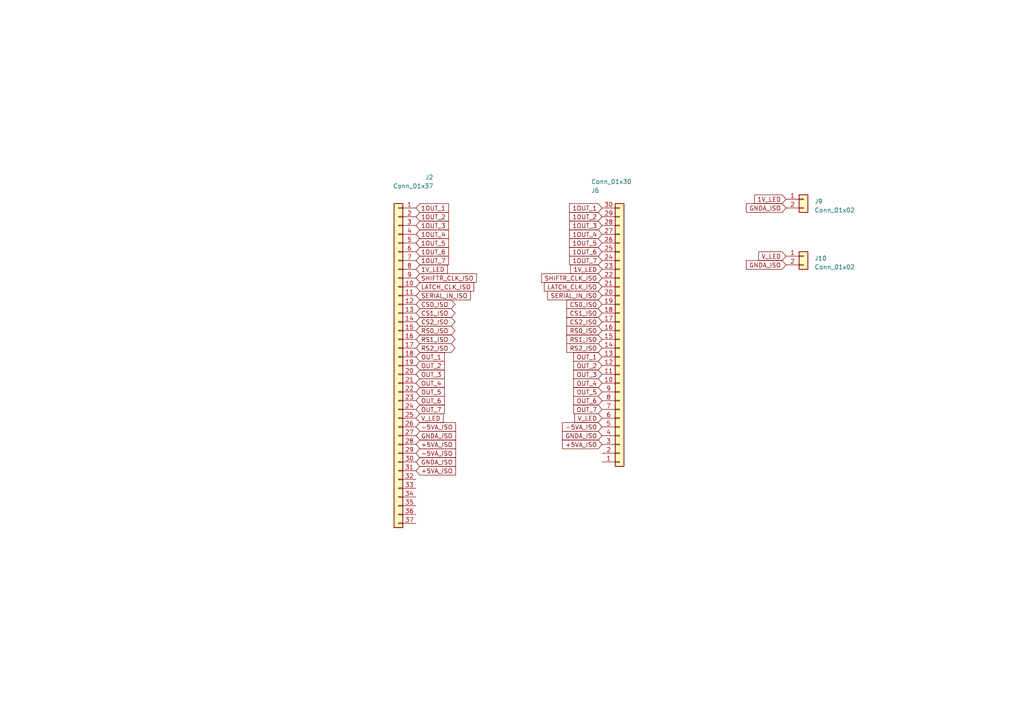
<source format=kicad_sch>
(kicad_sch (version 20230121) (generator eeschema)
  (paper "A4")
  (lib_symbols
    (symbol "Connector_Generic:Conn_01x02" (pin_names (offset 1.016) hide)
      (property "Reference" "J" (at 0 2.54 0))
      (property "Value" "Conn_01x02" (at 0 -5.08 0))
      (symbol "Conn_01x02_1_1"
        (rectangle (start -1.27 -2.413) (end 0 -2.667) (stroke (width 0.1524)))
        (rectangle (start -1.27 0.127) (end 0 -0.127) (stroke (width 0.1524)))
        (rectangle (start -1.27 1.27) (end 1.27 -3.81) (stroke (width 0.254)) (fill (type background)))
        (pin passive line (at -5.08 0 0) (length 3.81) (name "Pin_1") (number "1"))
        (pin passive line (at -5.08 -2.54 0) (length 3.81) (name "Pin_2") (number "2"))
      )
    )
    (symbol "Connector_Generic:Conn_01x30" (pin_names (offset 1.016) hide)
      (property "Reference" "J" (at 0 38.1 0))
      (property "Value" "Conn_01x30" (at 0 -40.64 0))
      (symbol "Conn_01x30_1_1"
        (rectangle (start -1.27 -37.973) (end 0 -38.227) (stroke (width 0.1524)))
        (rectangle (start -1.27 -35.433) (end 0 -35.687) (stroke (width 0.1524)))
        (rectangle (start -1.27 -32.893) (end 0 -33.147) (stroke (width 0.1524)))
        (rectangle (start -1.27 -30.353) (end 0 -30.607) (stroke (width 0.1524)))
        (rectangle (start -1.27 -27.813) (end 0 -28.067) (stroke (width 0.1524)))
        (rectangle (start -1.27 -25.273) (end 0 -25.527) (stroke (width 0.1524)))
        (rectangle (start -1.27 -22.733) (end 0 -22.987) (stroke (width 0.1524)))
        (rectangle (start -1.27 -20.193) (end 0 -20.447) (stroke (width 0.1524)))
        (rectangle (start -1.27 -17.653) (end 0 -17.907) (stroke (width 0.1524)))
        (rectangle (start -1.27 -15.113) (end 0 -15.367) (stroke (width 0.1524)))
        (rectangle (start -1.27 -12.573) (end 0 -12.827) (stroke (width 0.1524)))
        (rectangle (start -1.27 -10.033) (end 0 -10.287) (stroke (width 0.1524)))
        (rectangle (start -1.27 -7.493) (end 0 -7.747) (stroke (width 0.1524)))
        (rectangle (start -1.27 -4.953) (end 0 -5.207) (stroke (width 0.1524)))
        (rectangle (start -1.27 -2.413) (end 0 -2.667) (stroke (width 0.1524)))
        (rectangle (start -1.27 0.127) (end 0 -0.127) (stroke (width 0.1524)))
        (rectangle (start -1.27 2.667) (end 0 2.413) (stroke (width 0.1524)))
        (rectangle (start -1.27 5.207) (end 0 4.953) (stroke (width 0.1524)))
        (rectangle (start -1.27 7.747) (end 0 7.493) (stroke (width 0.1524)))
        (rectangle (start -1.27 10.287) (end 0 10.033) (stroke (width 0.1524)))
        (rectangle (start -1.27 12.827) (end 0 12.573) (stroke (width 0.1524)))
        (rectangle (start -1.27 15.367) (end 0 15.113) (stroke (width 0.1524)))
        (rectangle (start -1.27 17.907) (end 0 17.653) (stroke (width 0.1524)))
        (rectangle (start -1.27 20.447) (end 0 20.193) (stroke (width 0.1524)))
        (rectangle (start -1.27 22.987) (end 0 22.733) (stroke (width 0.1524)))
        (rectangle (start -1.27 25.527) (end 0 25.273) (stroke (width 0.1524)))
        (rectangle (start -1.27 28.067) (end 0 27.813) (stroke (width 0.1524)))
        (rectangle (start -1.27 30.607) (end 0 30.353) (stroke (width 0.1524)))
        (rectangle (start -1.27 33.147) (end 0 32.893) (stroke (width 0.1524)))
        (rectangle (start -1.27 35.687) (end 0 35.433) (stroke (width 0.1524)))
        (rectangle (start -1.27 36.83) (end 1.27 -39.37) (stroke (width 0.254)) (fill (type background)))
        (pin passive line (at -5.08 35.56 0) (length 3.81) (name "Pin_1") (number "1"))
        (pin passive line (at -5.08 12.7 0) (length 3.81) (name "Pin_10") (number "10"))
        (pin passive line (at -5.08 10.16 0) (length 3.81) (name "Pin_11") (number "11"))
        (pin passive line (at -5.08 7.62 0) (length 3.81) (name "Pin_12") (number "12"))
        (pin passive line (at -5.08 5.08 0) (length 3.81) (name "Pin_13") (number "13"))
        (pin passive line (at -5.08 2.54 0) (length 3.81) (name "Pin_14") (number "14"))
        (pin passive line (at -5.08 0 0) (length 3.81) (name "Pin_15") (number "15"))
        (pin passive line (at -5.08 -2.54 0) (length 3.81) (name "Pin_16") (number "16"))
        (pin passive line (at -5.08 -5.08 0) (length 3.81) (name "Pin_17") (number "17"))
        (pin passive line (at -5.08 -7.62 0) (length 3.81) (name "Pin_18") (number "18"))
        (pin passive line (at -5.08 -10.16 0) (length 3.81) (name "Pin_19") (number "19"))
        (pin passive line (at -5.08 33.02 0) (length 3.81) (name "Pin_2") (number "2"))
        (pin passive line (at -5.08 -12.7 0) (length 3.81) (name "Pin_20") (number "20"))
        (pin passive line (at -5.08 -15.24 0) (length 3.81) (name "Pin_21") (number "21"))
        (pin passive line (at -5.08 -17.78 0) (length 3.81) (name "Pin_22") (number "22"))
        (pin passive line (at -5.08 -20.32 0) (length 3.81) (name "Pin_23") (number "23"))
        (pin passive line (at -5.08 -22.86 0) (length 3.81) (name "Pin_24") (number "24"))
        (pin passive line (at -5.08 -25.4 0) (length 3.81) (name "Pin_25") (number "25"))
        (pin passive line (at -5.08 -27.94 0) (length 3.81) (name "Pin_26") (number "26"))
        (pin passive line (at -5.08 -30.48 0) (length 3.81) (name "Pin_27") (number "27"))
        (pin passive line (at -5.08 -33.02 0) (length 3.81) (name "Pin_28") (number "28"))
        (pin passive line (at -5.08 -35.56 0) (length 3.81) (name "Pin_29") (number "29"))
        (pin passive line (at -5.08 30.48 0) (length 3.81) (name "Pin_3") (number "3"))
        (pin passive line (at -5.08 -38.1 0) (length 3.81) (name "Pin_30") (number "30"))
        (pin passive line (at -5.08 27.94 0) (length 3.81) (name "Pin_4") (number "4"))
        (pin passive line (at -5.08 25.4 0) (length 3.81) (name "Pin_5") (number "5"))
        (pin passive line (at -5.08 22.86 0) (length 3.81) (name "Pin_6") (number "6"))
        (pin passive line (at -5.08 20.32 0) (length 3.81) (name "Pin_7") (number "7"))
        (pin passive line (at -5.08 17.78 0) (length 3.81) (name "Pin_8") (number "8"))
        (pin passive line (at -5.08 15.24 0) (length 3.81) (name "Pin_9") (number "9"))
      )
    )
    (symbol "Connector_Generic:Conn_01x37" (pin_names (offset 1.016) hide)
      (property "Reference" "J" (at 0 48.26 0))
      (property "Value" "Conn_01x37" (at 0 -48.26 0))
      (symbol "Conn_01x37_1_1"
        (rectangle (start -1.27 -45.593) (end 0 -45.847) (stroke (width 0.1524)))
        (rectangle (start -1.27 -43.053) (end 0 -43.307) (stroke (width 0.1524)))
        (rectangle (start -1.27 -40.513) (end 0 -40.767) (stroke (width 0.1524)))
        (rectangle (start -1.27 -37.973) (end 0 -38.227) (stroke (width 0.1524)))
        (rectangle (start -1.27 -35.433) (end 0 -35.687) (stroke (width 0.1524)))
        (rectangle (start -1.27 -32.893) (end 0 -33.147) (stroke (width 0.1524)))
        (rectangle (start -1.27 -30.353) (end 0 -30.607) (stroke (width 0.1524)))
        (rectangle (start -1.27 -27.813) (end 0 -28.067) (stroke (width 0.1524)))
        (rectangle (start -1.27 -25.273) (end 0 -25.527) (stroke (width 0.1524)))
        (rectangle (start -1.27 -22.733) (end 0 -22.987) (stroke (width 0.1524)))
        (rectangle (start -1.27 -20.193) (end 0 -20.447) (stroke (width 0.1524)))
        (rectangle (start -1.27 -17.653) (end 0 -17.907) (stroke (width 0.1524)))
        (rectangle (start -1.27 -15.113) (end 0 -15.367) (stroke (width 0.1524)))
        (rectangle (start -1.27 -12.573) (end 0 -12.827) (stroke (width 0.1524)))
        (rectangle (start -1.27 -10.033) (end 0 -10.287) (stroke (width 0.1524)))
        (rectangle (start -1.27 -7.493) (end 0 -7.747) (stroke (width 0.1524)))
        (rectangle (start -1.27 -4.953) (end 0 -5.207) (stroke (width 0.1524)))
        (rectangle (start -1.27 -2.413) (end 0 -2.667) (stroke (width 0.1524)))
        (rectangle (start -1.27 0.127) (end 0 -0.127) (stroke (width 0.1524)))
        (rectangle (start -1.27 2.667) (end 0 2.413) (stroke (width 0.1524)))
        (rectangle (start -1.27 5.207) (end 0 4.953) (stroke (width 0.1524)))
        (rectangle (start -1.27 7.747) (end 0 7.493) (stroke (width 0.1524)))
        (rectangle (start -1.27 10.287) (end 0 10.033) (stroke (width 0.1524)))
        (rectangle (start -1.27 12.827) (end 0 12.573) (stroke (width 0.1524)))
        (rectangle (start -1.27 15.367) (end 0 15.113) (stroke (width 0.1524)))
        (rectangle (start -1.27 17.907) (end 0 17.653) (stroke (width 0.1524)))
        (rectangle (start -1.27 20.447) (end 0 20.193) (stroke (width 0.1524)))
        (rectangle (start -1.27 22.987) (end 0 22.733) (stroke (width 0.1524)))
        (rectangle (start -1.27 25.527) (end 0 25.273) (stroke (width 0.1524)))
        (rectangle (start -1.27 28.067) (end 0 27.813) (stroke (width 0.1524)))
        (rectangle (start -1.27 30.607) (end 0 30.353) (stroke (width 0.1524)))
        (rectangle (start -1.27 33.147) (end 0 32.893) (stroke (width 0.1524)))
        (rectangle (start -1.27 35.687) (end 0 35.433) (stroke (width 0.1524)))
        (rectangle (start -1.27 38.227) (end 0 37.973) (stroke (width 0.1524)))
        (rectangle (start -1.27 40.767) (end 0 40.513) (stroke (width 0.1524)))
        (rectangle (start -1.27 43.307) (end 0 43.053) (stroke (width 0.1524)))
        (rectangle (start -1.27 45.847) (end 0 45.593) (stroke (width 0.1524)))
        (rectangle (start -1.27 46.99) (end 1.27 -46.99) (stroke (width 0.254)) (fill (type background)))
        (pin passive line (at -5.08 45.72 0) (length 3.81) (name "Pin_1") (number "1"))
        (pin passive line (at -5.08 22.86 0) (length 3.81) (name "Pin_10") (number "10"))
        (pin passive line (at -5.08 20.32 0) (length 3.81) (name "Pin_11") (number "11"))
        (pin passive line (at -5.08 17.78 0) (length 3.81) (name "Pin_12") (number "12"))
        (pin passive line (at -5.08 15.24 0) (length 3.81) (name "Pin_13") (number "13"))
        (pin passive line (at -5.08 12.7 0) (length 3.81) (name "Pin_14") (number "14"))
        (pin passive line (at -5.08 10.16 0) (length 3.81) (name "Pin_15") (number "15"))
        (pin passive line (at -5.08 7.62 0) (length 3.81) (name "Pin_16") (number "16"))
        (pin passive line (at -5.08 5.08 0) (length 3.81) (name "Pin_17") (number "17"))
        (pin passive line (at -5.08 2.54 0) (length 3.81) (name "Pin_18") (number "18"))
        (pin passive line (at -5.08 0 0) (length 3.81) (name "Pin_19") (number "19"))
        (pin passive line (at -5.08 43.18 0) (length 3.81) (name "Pin_2") (number "2"))
        (pin passive line (at -5.08 -2.54 0) (length 3.81) (name "Pin_20") (number "20"))
        (pin passive line (at -5.08 -5.08 0) (length 3.81) (name "Pin_21") (number "21"))
        (pin passive line (at -5.08 -7.62 0) (length 3.81) (name "Pin_22") (number "22"))
        (pin passive line (at -5.08 -10.16 0) (length 3.81) (name "Pin_23") (number "23"))
        (pin passive line (at -5.08 -12.7 0) (length 3.81) (name "Pin_24") (number "24"))
        (pin passive line (at -5.08 -15.24 0) (length 3.81) (name "Pin_25") (number "25"))
        (pin passive line (at -5.08 -17.78 0) (length 3.81) (name "Pin_26") (number "26"))
        (pin passive line (at -5.08 -20.32 0) (length 3.81) (name "Pin_27") (number "27"))
        (pin passive line (at -5.08 -22.86 0) (length 3.81) (name "Pin_28") (number "28"))
        (pin passive line (at -5.08 -25.4 0) (length 3.81) (name "Pin_29") (number "29"))
        (pin passive line (at -5.08 40.64 0) (length 3.81) (name "Pin_3") (number "3"))
        (pin passive line (at -5.08 -27.94 0) (length 3.81) (name "Pin_30") (number "30"))
        (pin passive line (at -5.08 -30.48 0) (length 3.81) (name "Pin_31") (number "31"))
        (pin passive line (at -5.08 -33.02 0) (length 3.81) (name "Pin_32") (number "32"))
        (pin passive line (at -5.08 -35.56 0) (length 3.81) (name "Pin_33") (number "33"))
        (pin passive line (at -5.08 -38.1 0) (length 3.81) (name "Pin_34") (number "34"))
        (pin passive line (at -5.08 -40.64 0) (length 3.81) (name "Pin_35") (number "35"))
        (pin passive line (at -5.08 -43.18 0) (length 3.81) (name "Pin_36") (number "36"))
        (pin passive line (at -5.08 -45.72 0) (length 3.81) (name "Pin_37") (number "37"))
        (pin passive line (at -5.08 38.1 0) (length 3.81) (name "Pin_4") (number "4"))
        (pin passive line (at -5.08 35.56 0) (length 3.81) (name "Pin_5") (number "5"))
        (pin passive line (at -5.08 33.02 0) (length 3.81) (name "Pin_6") (number "6"))
        (pin passive line (at -5.08 30.48 0) (length 3.81) (name "Pin_7") (number "7"))
        (pin passive line (at -5.08 27.94 0) (length 3.81) (name "Pin_8") (number "8"))
        (pin passive line (at -5.08 25.4 0) (length 3.81) (name "Pin_9") (number "9"))
      )
    )
  )
  (global_label "GNDA_ISO" (shape input) (at 120.65 133.985 0) (property "Intersheetrefs" "${INTERSHEET_REFS}" (effects hide)))
  (global_label "CS1_ISO" (shape input) (at 174.625 90.805 180) (property "Intersheetrefs" "${INTERSHEET_REFS}" (effects hide)))
  (global_label "OUT_7" (shape input) (at 120.65 118.745 0) (property "Intersheetrefs" "${INTERSHEET_REFS}" (effects hide)))
  (global_label "1OUT_3" (shape input) (at 174.625 65.405 180) (property "Intersheetrefs" "${INTERSHEET_REFS}" (effects hide)))
  (global_label "1OUT_6" (shape input) (at 120.65 73.025 0) (property "Intersheetrefs" "${INTERSHEET_REFS}" (effects hide)))
  (global_label "OUT_1" (shape input) (at 174.625 103.505 180) (property "Intersheetrefs" "${INTERSHEET_REFS}" (effects hide)))
  (global_label "-5VA_ISO" (shape input) (at 120.65 131.445 0) (property "Intersheetrefs" "${INTERSHEET_REFS}" (effects hide)))
  (global_label "RS2_ISO" (shape input) (at 174.625 100.965 180) (property "Intersheetrefs" "${INTERSHEET_REFS}" (effects hide)))
  (global_label "GNDA_ISO" (shape input) (at 120.65 126.365 0) (property "Intersheetrefs" "${INTERSHEET_REFS}" (effects hide)))
  (global_label "1OUT_1" (shape input) (at 174.625 60.325 180) (property "Intersheetrefs" "${INTERSHEET_REFS}" (effects hide)))
  (global_label "RS2_ISO" (shape bidirectional) (at 120.65 100.965 0) (property "Intersheetrefs" "${INTERSHEET_REFS}" (effects hide)))
  (global_label "+5VA_ISO" (shape input) (at 120.65 136.525 0) (property "Intersheetrefs" "${INTERSHEET_REFS}" (effects hide)))
  (global_label "1OUT_4" (shape input) (at 120.65 67.945 0) (property "Intersheetrefs" "${INTERSHEET_REFS}" (effects hide)))
  (global_label "OUT_3" (shape input) (at 174.625 108.585 180) (property "Intersheetrefs" "${INTERSHEET_REFS}" (effects hide)))
  (global_label "GNDA_ISO" (shape input) (at 227.965 60.325 180) (property "Intersheetrefs" "${INTERSHEET_REFS}" (effects hide)))
  (global_label "RS1_ISO" (shape bidirectional) (at 120.65 98.425 0) (property "Intersheetrefs" "${INTERSHEET_REFS}" (effects hide)))
  (global_label "OUT_2" (shape input) (at 120.65 106.045 0) (property "Intersheetrefs" "${INTERSHEET_REFS}" (effects hide)))
  (global_label "1V_LED" (shape input) (at 227.965 57.785 180) (property "Intersheetrefs" "${INTERSHEET_REFS}" (effects hide)))
  (global_label "CS0_ISO" (shape bidirectional) (at 120.65 88.265 0) (property "Intersheetrefs" "${INTERSHEET_REFS}" (effects hide)))
  (global_label "OUT_3" (shape input) (at 120.65 108.585 0) (property "Intersheetrefs" "${INTERSHEET_REFS}" (effects hide)))
  (global_label "1OUT_3" (shape input) (at 120.65 65.405 0) (property "Intersheetrefs" "${INTERSHEET_REFS}" (effects hide)))
  (global_label "LATCH_CLK_ISO" (shape input) (at 174.625 83.185 180) (property "Intersheetrefs" "${INTERSHEET_REFS}" (effects hide)))
  (global_label "OUT_6" (shape input) (at 174.625 116.205 180) (property "Intersheetrefs" "${INTERSHEET_REFS}" (effects hide)))
  (global_label "OUT_1" (shape input) (at 120.65 103.505 0) (property "Intersheetrefs" "${INTERSHEET_REFS}" (effects hide)))
  (global_label "OUT_2" (shape input) (at 174.625 106.045 180) (property "Intersheetrefs" "${INTERSHEET_REFS}" (effects hide)))
  (global_label "RS1_ISO" (shape input) (at 174.625 98.425 180) (property "Intersheetrefs" "${INTERSHEET_REFS}" (effects hide)))
  (global_label "-5VA_ISO" (shape input) (at 174.625 123.825 180) (property "Intersheetrefs" "${INTERSHEET_REFS}" (effects hide)))
  (global_label "1OUT_6" (shape input) (at 174.625 73.025 180) (property "Intersheetrefs" "${INTERSHEET_REFS}" (effects hide)))
  (global_label "OUT_4" (shape input) (at 174.625 111.125 180) (property "Intersheetrefs" "${INTERSHEET_REFS}" (effects hide)))
  (global_label "GNDA_ISO" (shape input) (at 174.625 126.365 180) (property "Intersheetrefs" "${INTERSHEET_REFS}" (effects hide)))
  (global_label "SHIFTR_CLK_ISO" (shape input) (at 174.625 80.645 180) (property "Intersheetrefs" "${INTERSHEET_REFS}" (effects hide)))
  (global_label "-5VA_ISO" (shape input) (at 120.65 123.825 0) (property "Intersheetrefs" "${INTERSHEET_REFS}" (effects hide)))
  (global_label "1V_LED" (shape input) (at 174.625 78.105 180) (property "Intersheetrefs" "${INTERSHEET_REFS}" (effects hide)))
  (global_label "OUT_5" (shape input) (at 174.625 113.665 180) (property "Intersheetrefs" "${INTERSHEET_REFS}" (effects hide)))
  (global_label "1OUT_5" (shape input) (at 174.625 70.485 180) (property "Intersheetrefs" "${INTERSHEET_REFS}" (effects hide)))
  (global_label "CS2_ISO" (shape input) (at 174.625 93.345 180) (property "Intersheetrefs" "${INTERSHEET_REFS}" (effects hide)))
  (global_label "CS0_ISO" (shape input) (at 174.625 88.265 180) (property "Intersheetrefs" "${INTERSHEET_REFS}" (effects hide)))
  (global_label "SERIAL_IN_ISO" (shape input) (at 120.65 85.725 0) (property "Intersheetrefs" "${INTERSHEET_REFS}" (effects hide)))
  (global_label "GNDA_ISO" (shape input) (at 227.965 76.835 180) (property "Intersheetrefs" "${INTERSHEET_REFS}" (effects hide)))
  (global_label "1OUT_4" (shape input) (at 174.625 67.945 180) (property "Intersheetrefs" "${INTERSHEET_REFS}" (effects hide)))
  (global_label "RS0_ISO" (shape bidirectional) (at 120.65 95.885 0) (property "Intersheetrefs" "${INTERSHEET_REFS}" (effects hide)))
  (global_label "+5VA_ISO" (shape input) (at 174.625 128.905 180) (property "Intersheetrefs" "${INTERSHEET_REFS}" (effects hide)))
  (global_label "V_LED" (shape input) (at 227.965 74.295 180) (property "Intersheetrefs" "${INTERSHEET_REFS}" (effects hide)))
  (global_label "1OUT_1" (shape input) (at 120.65 60.325 0) (property "Intersheetrefs" "${INTERSHEET_REFS}" (effects hide)))
  (global_label "SERIAL_IN_ISO" (shape input) (at 174.625 85.725 180) (property "Intersheetrefs" "${INTERSHEET_REFS}" (effects hide)))
  (global_label "1OUT_7" (shape input) (at 174.625 75.565 180) (property "Intersheetrefs" "${INTERSHEET_REFS}" (effects hide)))
  (global_label "1OUT_2" (shape input) (at 120.65 62.865 0) (property "Intersheetrefs" "${INTERSHEET_REFS}" (effects hide)))
  (global_label "V_LED" (shape input) (at 120.65 121.285 0) (property "Intersheetrefs" "${INTERSHEET_REFS}" (effects hide)))
  (global_label "+5VA_ISO" (shape input) (at 120.65 128.905 0) (property "Intersheetrefs" "${INTERSHEET_REFS}" (effects hide)))
  (global_label "SHIFTR_CLK_ISO" (shape input) (at 120.65 80.645 0) (property "Intersheetrefs" "${INTERSHEET_REFS}" (effects hide)))
  (global_label "LATCH_CLK_ISO" (shape input) (at 120.65 83.185 0) (property "Intersheetrefs" "${INTERSHEET_REFS}" (effects hide)))
  (global_label "OUT_5" (shape input) (at 120.65 113.665 0) (property "Intersheetrefs" "${INTERSHEET_REFS}" (effects hide)))
  (global_label "CS1_ISO" (shape bidirectional) (at 120.65 90.805 0) (property "Intersheetrefs" "${INTERSHEET_REFS}" (effects hide)))
  (global_label "1OUT_2" (shape input) (at 174.625 62.865 180) (property "Intersheetrefs" "${INTERSHEET_REFS}" (effects hide)))
  (global_label "OUT_6" (shape input) (at 120.65 116.205 0) (property "Intersheetrefs" "${INTERSHEET_REFS}" (effects hide)))
  (global_label "V_LED" (shape input) (at 174.625 121.285 180) (property "Intersheetrefs" "${INTERSHEET_REFS}" (effects hide)))
  (global_label "1OUT_7" (shape input) (at 120.65 75.565 0) (property "Intersheetrefs" "${INTERSHEET_REFS}" (effects hide)))
  (global_label "OUT_4" (shape input) (at 120.65 111.125 0) (property "Intersheetrefs" "${INTERSHEET_REFS}" (effects hide)))
  (global_label "OUT_7" (shape input) (at 174.625 118.745 180) (property "Intersheetrefs" "${INTERSHEET_REFS}" (effects hide)))
  (global_label "CS2_ISO" (shape bidirectional) (at 120.65 93.345 0) (property "Intersheetrefs" "${INTERSHEET_REFS}" (effects hide)))
  (global_label "RS0_ISO" (shape input) (at 174.625 95.885 180) (property "Intersheetrefs" "${INTERSHEET_REFS}" (effects hide)))
  (global_label "1OUT_5" (shape input) (at 120.65 70.485 0) (property "Intersheetrefs" "${INTERSHEET_REFS}" (effects hide)))
  (global_label "1V_LED" (shape input) (at 120.65 78.105 0) (property "Intersheetrefs" "${INTERSHEET_REFS}" (effects hide)))
  (symbol (lib_id "Connector_Generic:Conn_01x02") (at 233.045 57.785 0) (unit 1)
    (property "Reference" "J9" (at 236.22 58.42 0) (effects (justify left)))
    (property "Value" "Conn_01x02" (at 236.22 60.96 0) (effects (justify left)))
  )
  (symbol (lib_id "Connector_Generic:Conn_01x02") (at 233.045 74.295 0) (unit 1)
    (property "Reference" "J10" (at 236.22 74.93 0) (effects (justify left)))
    (property "Value" "Conn_01x02" (at 236.22 77.47 0) (effects (justify left)))
  )
  (symbol (lib_id "Connector_Generic:Conn_01x30") (at 179.705 98.425 0) (mirror x) (unit 1)
    (property "Reference" "J6" (at 171.45 55.245 0) (effects (justify left)))
    (property "Value" "Conn_01x30" (at 171.45 52.705 0) (effects (justify left)))
    (instances (project "Split_Board_PartB" (path "" (reference "J6") (unit 1)) (path "" (reference "J7") (unit 1))))
  )
  (symbol (lib_id "Connector_Generic:Conn_01x37") (at 115.57 106.045 0) (mirror y) (unit 1)
    (property "Reference" "J2" (at 125.73 51.435 0) (effects (justify left)))
    (property "Value" "Conn_01x37" (at 125.73 53.975 0) (effects (justify left)))
    (instances (project "Split_Board_PartA" (path "" (reference "J2") (unit 1))) (project "Split_Board_PartB" (path "" (reference "J8") (unit 1))))
  )
)
</source>
